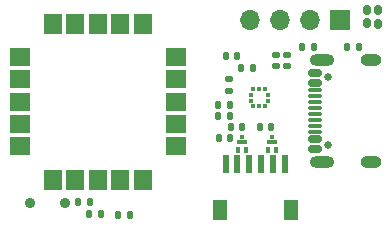
<source format=gbr>
%TF.GenerationSoftware,KiCad,Pcbnew,8.0.5*%
%TF.CreationDate,2024-12-17T02:27:59+01:00*%
%TF.ProjectId,hardware v5,68617264-7761-4726-9520-76352e6b6963,rev?*%
%TF.SameCoordinates,Original*%
%TF.FileFunction,Soldermask,Bot*%
%TF.FilePolarity,Negative*%
%FSLAX46Y46*%
G04 Gerber Fmt 4.6, Leading zero omitted, Abs format (unit mm)*
G04 Created by KiCad (PCBNEW 8.0.5) date 2024-12-17 02:27:59*
%MOMM*%
%LPD*%
G01*
G04 APERTURE LIST*
G04 Aperture macros list*
%AMRoundRect*
0 Rectangle with rounded corners*
0 $1 Rounding radius*
0 $2 $3 $4 $5 $6 $7 $8 $9 X,Y pos of 4 corners*
0 Add a 4 corners polygon primitive as box body*
4,1,4,$2,$3,$4,$5,$6,$7,$8,$9,$2,$3,0*
0 Add four circle primitives for the rounded corners*
1,1,$1+$1,$2,$3*
1,1,$1+$1,$4,$5*
1,1,$1+$1,$6,$7*
1,1,$1+$1,$8,$9*
0 Add four rect primitives between the rounded corners*
20,1,$1+$1,$2,$3,$4,$5,0*
20,1,$1+$1,$4,$5,$6,$7,0*
20,1,$1+$1,$6,$7,$8,$9,0*
20,1,$1+$1,$8,$9,$2,$3,0*%
G04 Aperture macros list end*
%ADD10R,1.800000X1.500000*%
%ADD11R,1.500000X1.800000*%
%ADD12RoundRect,0.135000X0.135000X0.185000X-0.135000X0.185000X-0.135000X-0.185000X0.135000X-0.185000X0*%
%ADD13R,1.700000X1.700000*%
%ADD14O,1.700000X1.700000*%
%ADD15C,0.900000*%
%ADD16R,0.350000X0.500000*%
%ADD17R,0.900000X0.440000*%
%ADD18R,0.300000X0.340000*%
%ADD19RoundRect,0.140000X-0.140000X-0.170000X0.140000X-0.170000X0.140000X0.170000X-0.140000X0.170000X0*%
%ADD20C,0.650000*%
%ADD21RoundRect,0.150000X-0.425000X0.150000X-0.425000X-0.150000X0.425000X-0.150000X0.425000X0.150000X0*%
%ADD22RoundRect,0.075000X-0.500000X0.075000X-0.500000X-0.075000X0.500000X-0.075000X0.500000X0.075000X0*%
%ADD23O,1.800000X1.000000*%
%ADD24O,2.100000X1.000000*%
%ADD25RoundRect,0.140000X0.140000X0.170000X-0.140000X0.170000X-0.140000X-0.170000X0.140000X-0.170000X0*%
%ADD26R,0.375000X0.350000*%
%ADD27R,0.350000X0.375000*%
%ADD28RoundRect,0.140000X-0.170000X0.140000X-0.170000X-0.140000X0.170000X-0.140000X0.170000X0.140000X0*%
%ADD29RoundRect,0.135000X-0.135000X-0.185000X0.135000X-0.185000X0.135000X0.185000X-0.135000X0.185000X0*%
%ADD30RoundRect,0.160000X-0.160000X0.222500X-0.160000X-0.222500X0.160000X-0.222500X0.160000X0.222500X0*%
%ADD31R,0.600000X1.550000*%
%ADD32R,1.200000X1.800000*%
%ADD33RoundRect,0.135000X0.185000X-0.135000X0.185000X0.135000X-0.185000X0.135000X-0.185000X-0.135000X0*%
G04 APERTURE END LIST*
D10*
%TO.C,ANT2*%
X121500000Y-103670000D03*
X121500000Y-101770000D03*
X121500000Y-99870000D03*
X121500000Y-97970000D03*
X121500000Y-96070000D03*
D11*
X124300000Y-93270000D03*
X126200000Y-93270000D03*
X128100000Y-93270000D03*
X130000000Y-93270000D03*
X131900000Y-93270000D03*
D10*
X134700000Y-96070000D03*
X134700000Y-97970000D03*
X134700000Y-99870000D03*
X134700000Y-101770000D03*
X134700000Y-103670000D03*
D11*
X131900000Y-106470000D03*
X130000000Y-106470000D03*
X128100000Y-106470000D03*
X126200000Y-106470000D03*
X124300000Y-106470000D03*
%TD*%
D12*
%TO.C,R21*%
X127420000Y-108360000D03*
X126400000Y-108360000D03*
%TD*%
D13*
%TO.C,J3*%
X148570000Y-92965000D03*
D14*
X146030000Y-92965000D03*
X143490000Y-92965000D03*
X140950000Y-92965000D03*
%TD*%
D15*
%TO.C,SW1*%
X122330000Y-108435000D03*
X125330000Y-108435000D03*
%TD*%
D16*
%TO.C,D5*%
X143155000Y-103960000D03*
X142505000Y-103960000D03*
D17*
X142830000Y-103270000D03*
D18*
X142830000Y-102880000D03*
%TD*%
D19*
%TO.C,C19*%
X138300000Y-101130000D03*
X139260000Y-101130000D03*
%TD*%
D20*
%TO.C,J2*%
X147560000Y-97780000D03*
X147560000Y-103560000D03*
D21*
X146485000Y-97470000D03*
X146485000Y-98270000D03*
D22*
X146485000Y-99420000D03*
X146485000Y-100420000D03*
X146485000Y-100920000D03*
X146485000Y-101920000D03*
D21*
X146485000Y-103070000D03*
X146485000Y-103870000D03*
X146485000Y-103870000D03*
X146485000Y-103070000D03*
D22*
X146485000Y-102420000D03*
X146485000Y-101420000D03*
X146485000Y-99920000D03*
X146485000Y-98920000D03*
D21*
X146485000Y-98270000D03*
X146485000Y-97470000D03*
D23*
X151240000Y-96350000D03*
D24*
X147060000Y-96350000D03*
D23*
X151240000Y-104990000D03*
D24*
X147060000Y-104990000D03*
%TD*%
D25*
%TO.C,C12*%
X140310000Y-102050000D03*
X139350000Y-102050000D03*
%TD*%
%TO.C,C9*%
X128340000Y-109370000D03*
X127380000Y-109370000D03*
%TD*%
D26*
%TO.C,WSEN-PADS1*%
X141038000Y-99793000D03*
X141038000Y-99293000D03*
D27*
X141250000Y-98830000D03*
X141750000Y-98830000D03*
X142250000Y-98830000D03*
D26*
X142463000Y-99293000D03*
X142463000Y-99793000D03*
D27*
X142250000Y-100256000D03*
X141750000Y-100256000D03*
X141250000Y-100256000D03*
%TD*%
D19*
%TO.C,C2*%
X138930000Y-96010000D03*
X139890000Y-96010000D03*
%TD*%
%TO.C,C10*%
X129840000Y-109440000D03*
X130800000Y-109440000D03*
%TD*%
D28*
%TO.C,C24*%
X144100000Y-95920000D03*
X144100000Y-96880000D03*
%TD*%
D29*
%TO.C,R1*%
X149150000Y-95240000D03*
X150170000Y-95240000D03*
%TD*%
%TO.C,R2*%
X145340000Y-95250000D03*
X146360000Y-95250000D03*
%TD*%
D30*
%TO.C,D2*%
X151820000Y-92117500D03*
X151820000Y-93262500D03*
%TD*%
D28*
%TO.C,C22*%
X143140000Y-95910000D03*
X143140000Y-96870000D03*
%TD*%
D29*
%TO.C,R20*%
X140210000Y-97000000D03*
X141230000Y-97000000D03*
%TD*%
D30*
%TO.C,D3*%
X150850000Y-92107500D03*
X150850000Y-93252500D03*
%TD*%
D31*
%TO.C,J1*%
X143910000Y-105173000D03*
X142910000Y-105173000D03*
X141910000Y-105173000D03*
X140910000Y-105173000D03*
X139910000Y-105173000D03*
X138910000Y-105173000D03*
D32*
X144410000Y-109048000D03*
X138410000Y-109048000D03*
%TD*%
D25*
%TO.C,C13*%
X142790000Y-102030000D03*
X141830000Y-102030000D03*
%TD*%
D19*
%TO.C,C20*%
X138310000Y-100180000D03*
X139270000Y-100180000D03*
%TD*%
D33*
%TO.C,R19*%
X139210000Y-98980000D03*
X139210000Y-97960000D03*
%TD*%
D16*
%TO.C,D4*%
X140615000Y-103950000D03*
X139965000Y-103950000D03*
D17*
X140290000Y-103260000D03*
D18*
X140290000Y-102870000D03*
%TD*%
D19*
%TO.C,C25*%
X138320000Y-102970000D03*
X139280000Y-102970000D03*
%TD*%
M02*

</source>
